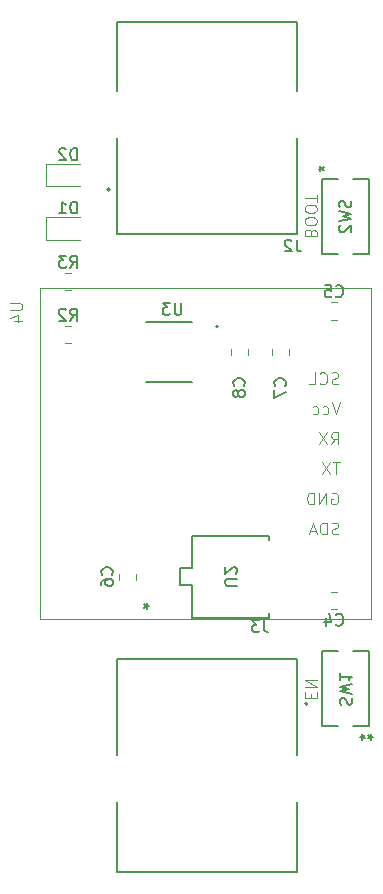
<source format=gbo>
%TF.GenerationSoftware,KiCad,Pcbnew,8.0.1-8.0.1-1~ubuntu22.04.1*%
%TF.CreationDate,2024-04-03T01:55:53-04:00*%
%TF.ProjectId,esp32_rover_devkit,65737033-325f-4726-9f76-65725f646576,rev?*%
%TF.SameCoordinates,Original*%
%TF.FileFunction,Legend,Bot*%
%TF.FilePolarity,Positive*%
%FSLAX46Y46*%
G04 Gerber Fmt 4.6, Leading zero omitted, Abs format (unit mm)*
G04 Created by KiCad (PCBNEW 8.0.1-8.0.1-1~ubuntu22.04.1) date 2024-04-03 01:55:53*
%MOMM*%
%LPD*%
G01*
G04 APERTURE LIST*
%ADD10C,0.100000*%
%ADD11C,0.150000*%
%ADD12C,0.152400*%
%ADD13C,0.120000*%
%ADD14C,0.127000*%
%ADD15C,0.200000*%
G04 APERTURE END LIST*
D10*
X42566390Y-32857142D02*
X42518771Y-32714285D01*
X42518771Y-32714285D02*
X42471152Y-32666666D01*
X42471152Y-32666666D02*
X42375914Y-32619047D01*
X42375914Y-32619047D02*
X42233057Y-32619047D01*
X42233057Y-32619047D02*
X42137819Y-32666666D01*
X42137819Y-32666666D02*
X42090200Y-32714285D01*
X42090200Y-32714285D02*
X42042580Y-32809523D01*
X42042580Y-32809523D02*
X42042580Y-33190475D01*
X42042580Y-33190475D02*
X43042580Y-33190475D01*
X43042580Y-33190475D02*
X43042580Y-32857142D01*
X43042580Y-32857142D02*
X42994961Y-32761904D01*
X42994961Y-32761904D02*
X42947342Y-32714285D01*
X42947342Y-32714285D02*
X42852104Y-32666666D01*
X42852104Y-32666666D02*
X42756866Y-32666666D01*
X42756866Y-32666666D02*
X42661628Y-32714285D01*
X42661628Y-32714285D02*
X42614009Y-32761904D01*
X42614009Y-32761904D02*
X42566390Y-32857142D01*
X42566390Y-32857142D02*
X42566390Y-33190475D01*
X43042580Y-31999999D02*
X43042580Y-31809523D01*
X43042580Y-31809523D02*
X42994961Y-31714285D01*
X42994961Y-31714285D02*
X42899723Y-31619047D01*
X42899723Y-31619047D02*
X42709247Y-31571428D01*
X42709247Y-31571428D02*
X42375914Y-31571428D01*
X42375914Y-31571428D02*
X42185438Y-31619047D01*
X42185438Y-31619047D02*
X42090200Y-31714285D01*
X42090200Y-31714285D02*
X42042580Y-31809523D01*
X42042580Y-31809523D02*
X42042580Y-31999999D01*
X42042580Y-31999999D02*
X42090200Y-32095237D01*
X42090200Y-32095237D02*
X42185438Y-32190475D01*
X42185438Y-32190475D02*
X42375914Y-32238094D01*
X42375914Y-32238094D02*
X42709247Y-32238094D01*
X42709247Y-32238094D02*
X42899723Y-32190475D01*
X42899723Y-32190475D02*
X42994961Y-32095237D01*
X42994961Y-32095237D02*
X43042580Y-31999999D01*
X43042580Y-30952380D02*
X43042580Y-30761904D01*
X43042580Y-30761904D02*
X42994961Y-30666666D01*
X42994961Y-30666666D02*
X42899723Y-30571428D01*
X42899723Y-30571428D02*
X42709247Y-30523809D01*
X42709247Y-30523809D02*
X42375914Y-30523809D01*
X42375914Y-30523809D02*
X42185438Y-30571428D01*
X42185438Y-30571428D02*
X42090200Y-30666666D01*
X42090200Y-30666666D02*
X42042580Y-30761904D01*
X42042580Y-30761904D02*
X42042580Y-30952380D01*
X42042580Y-30952380D02*
X42090200Y-31047618D01*
X42090200Y-31047618D02*
X42185438Y-31142856D01*
X42185438Y-31142856D02*
X42375914Y-31190475D01*
X42375914Y-31190475D02*
X42709247Y-31190475D01*
X42709247Y-31190475D02*
X42899723Y-31142856D01*
X42899723Y-31142856D02*
X42994961Y-31047618D01*
X42994961Y-31047618D02*
X43042580Y-30952380D01*
X43042580Y-30238094D02*
X43042580Y-29666666D01*
X42042580Y-29952380D02*
X43042580Y-29952380D01*
D11*
X28849272Y-64484897D02*
X28611177Y-64484897D01*
X28706415Y-64722992D02*
X28611177Y-64484897D01*
X28611177Y-64484897D02*
X28706415Y-64246802D01*
X28420701Y-64627754D02*
X28611177Y-64484897D01*
X28611177Y-64484897D02*
X28420701Y-64342040D01*
D10*
X42566390Y-72238094D02*
X42566390Y-71904761D01*
X42042580Y-71761904D02*
X42042580Y-72238094D01*
X42042580Y-72238094D02*
X43042580Y-72238094D01*
X43042580Y-72238094D02*
X43042580Y-71761904D01*
X42042580Y-71333332D02*
X43042580Y-71333332D01*
X43042580Y-71333332D02*
X42042580Y-70761904D01*
X42042580Y-70761904D02*
X43042580Y-70761904D01*
D11*
X36281780Y-62761904D02*
X35472257Y-62761904D01*
X35472257Y-62761904D02*
X35377019Y-62714285D01*
X35377019Y-62714285D02*
X35329400Y-62666666D01*
X35329400Y-62666666D02*
X35281780Y-62571428D01*
X35281780Y-62571428D02*
X35281780Y-62380952D01*
X35281780Y-62380952D02*
X35329400Y-62285714D01*
X35329400Y-62285714D02*
X35377019Y-62238095D01*
X35377019Y-62238095D02*
X35472257Y-62190476D01*
X35472257Y-62190476D02*
X36281780Y-62190476D01*
X36186542Y-61761904D02*
X36234161Y-61714285D01*
X36234161Y-61714285D02*
X36281780Y-61619047D01*
X36281780Y-61619047D02*
X36281780Y-61380952D01*
X36281780Y-61380952D02*
X36234161Y-61285714D01*
X36234161Y-61285714D02*
X36186542Y-61238095D01*
X36186542Y-61238095D02*
X36091304Y-61190476D01*
X36091304Y-61190476D02*
X35996066Y-61190476D01*
X35996066Y-61190476D02*
X35853209Y-61238095D01*
X35853209Y-61238095D02*
X35281780Y-61809523D01*
X35281780Y-61809523D02*
X35281780Y-61190476D01*
X40359580Y-45833333D02*
X40407200Y-45785714D01*
X40407200Y-45785714D02*
X40454819Y-45642857D01*
X40454819Y-45642857D02*
X40454819Y-45547619D01*
X40454819Y-45547619D02*
X40407200Y-45404762D01*
X40407200Y-45404762D02*
X40311961Y-45309524D01*
X40311961Y-45309524D02*
X40216723Y-45261905D01*
X40216723Y-45261905D02*
X40026247Y-45214286D01*
X40026247Y-45214286D02*
X39883390Y-45214286D01*
X39883390Y-45214286D02*
X39692914Y-45261905D01*
X39692914Y-45261905D02*
X39597676Y-45309524D01*
X39597676Y-45309524D02*
X39502438Y-45404762D01*
X39502438Y-45404762D02*
X39454819Y-45547619D01*
X39454819Y-45547619D02*
X39454819Y-45642857D01*
X39454819Y-45642857D02*
X39502438Y-45785714D01*
X39502438Y-45785714D02*
X39550057Y-45833333D01*
X39454819Y-46166667D02*
X39454819Y-46833333D01*
X39454819Y-46833333D02*
X40454819Y-46404762D01*
X22744976Y-26732597D02*
X22744976Y-25732597D01*
X22744976Y-25732597D02*
X22506881Y-25732597D01*
X22506881Y-25732597D02*
X22364024Y-25780216D01*
X22364024Y-25780216D02*
X22268786Y-25875454D01*
X22268786Y-25875454D02*
X22221167Y-25970692D01*
X22221167Y-25970692D02*
X22173548Y-26161168D01*
X22173548Y-26161168D02*
X22173548Y-26304025D01*
X22173548Y-26304025D02*
X22221167Y-26494501D01*
X22221167Y-26494501D02*
X22268786Y-26589739D01*
X22268786Y-26589739D02*
X22364024Y-26684978D01*
X22364024Y-26684978D02*
X22506881Y-26732597D01*
X22506881Y-26732597D02*
X22744976Y-26732597D01*
X21792595Y-25827835D02*
X21744976Y-25780216D01*
X21744976Y-25780216D02*
X21649738Y-25732597D01*
X21649738Y-25732597D02*
X21411643Y-25732597D01*
X21411643Y-25732597D02*
X21316405Y-25780216D01*
X21316405Y-25780216D02*
X21268786Y-25827835D01*
X21268786Y-25827835D02*
X21221167Y-25923073D01*
X21221167Y-25923073D02*
X21221167Y-26018311D01*
X21221167Y-26018311D02*
X21268786Y-26161168D01*
X21268786Y-26161168D02*
X21840214Y-26732597D01*
X21840214Y-26732597D02*
X21221167Y-26732597D01*
X45092800Y-72833332D02*
X45045180Y-72690475D01*
X45045180Y-72690475D02*
X45045180Y-72452380D01*
X45045180Y-72452380D02*
X45092800Y-72357142D01*
X45092800Y-72357142D02*
X45140419Y-72309523D01*
X45140419Y-72309523D02*
X45235657Y-72261904D01*
X45235657Y-72261904D02*
X45330895Y-72261904D01*
X45330895Y-72261904D02*
X45426133Y-72309523D01*
X45426133Y-72309523D02*
X45473752Y-72357142D01*
X45473752Y-72357142D02*
X45521371Y-72452380D01*
X45521371Y-72452380D02*
X45568990Y-72642856D01*
X45568990Y-72642856D02*
X45616609Y-72738094D01*
X45616609Y-72738094D02*
X45664228Y-72785713D01*
X45664228Y-72785713D02*
X45759466Y-72833332D01*
X45759466Y-72833332D02*
X45854704Y-72833332D01*
X45854704Y-72833332D02*
X45949942Y-72785713D01*
X45949942Y-72785713D02*
X45997561Y-72738094D01*
X45997561Y-72738094D02*
X46045180Y-72642856D01*
X46045180Y-72642856D02*
X46045180Y-72404761D01*
X46045180Y-72404761D02*
X45997561Y-72261904D01*
X46045180Y-71928570D02*
X45045180Y-71690475D01*
X45045180Y-71690475D02*
X45759466Y-71499999D01*
X45759466Y-71499999D02*
X45045180Y-71309523D01*
X45045180Y-71309523D02*
X46045180Y-71071428D01*
X45045180Y-70166666D02*
X45045180Y-70738094D01*
X45045180Y-70452380D02*
X46045180Y-70452380D01*
X46045180Y-70452380D02*
X45902323Y-70547618D01*
X45902323Y-70547618D02*
X45807085Y-70642856D01*
X45807085Y-70642856D02*
X45759466Y-70738094D01*
X47797780Y-75557649D02*
X47559685Y-75557649D01*
X47654923Y-75795744D02*
X47559685Y-75557649D01*
X47559685Y-75557649D02*
X47654923Y-75319554D01*
X47369209Y-75700506D02*
X47559685Y-75557649D01*
X47559685Y-75557649D02*
X47369209Y-75414792D01*
X46707419Y-75557650D02*
X46945514Y-75557650D01*
X46850276Y-75319555D02*
X46945514Y-75557650D01*
X46945514Y-75557650D02*
X46850276Y-75795745D01*
X47135990Y-75414793D02*
X46945514Y-75557650D01*
X46945514Y-75557650D02*
X47135990Y-75700507D01*
X22736445Y-31249899D02*
X22736445Y-30249899D01*
X22736445Y-30249899D02*
X22498350Y-30249899D01*
X22498350Y-30249899D02*
X22355493Y-30297518D01*
X22355493Y-30297518D02*
X22260255Y-30392756D01*
X22260255Y-30392756D02*
X22212636Y-30487994D01*
X22212636Y-30487994D02*
X22165017Y-30678470D01*
X22165017Y-30678470D02*
X22165017Y-30821327D01*
X22165017Y-30821327D02*
X22212636Y-31011803D01*
X22212636Y-31011803D02*
X22260255Y-31107041D01*
X22260255Y-31107041D02*
X22355493Y-31202280D01*
X22355493Y-31202280D02*
X22498350Y-31249899D01*
X22498350Y-31249899D02*
X22736445Y-31249899D01*
X21212636Y-31249899D02*
X21784064Y-31249899D01*
X21498350Y-31249899D02*
X21498350Y-30249899D01*
X21498350Y-30249899D02*
X21593588Y-30392756D01*
X21593588Y-30392756D02*
X21688826Y-30487994D01*
X21688826Y-30487994D02*
X21784064Y-30535613D01*
X44666666Y-66039580D02*
X44714285Y-66087200D01*
X44714285Y-66087200D02*
X44857142Y-66134819D01*
X44857142Y-66134819D02*
X44952380Y-66134819D01*
X44952380Y-66134819D02*
X45095237Y-66087200D01*
X45095237Y-66087200D02*
X45190475Y-65991961D01*
X45190475Y-65991961D02*
X45238094Y-65896723D01*
X45238094Y-65896723D02*
X45285713Y-65706247D01*
X45285713Y-65706247D02*
X45285713Y-65563390D01*
X45285713Y-65563390D02*
X45238094Y-65372914D01*
X45238094Y-65372914D02*
X45190475Y-65277676D01*
X45190475Y-65277676D02*
X45095237Y-65182438D01*
X45095237Y-65182438D02*
X44952380Y-65134819D01*
X44952380Y-65134819D02*
X44857142Y-65134819D01*
X44857142Y-65134819D02*
X44714285Y-65182438D01*
X44714285Y-65182438D02*
X44666666Y-65230057D01*
X43809523Y-65468152D02*
X43809523Y-66134819D01*
X44047618Y-65087200D02*
X44285713Y-65801485D01*
X44285713Y-65801485D02*
X43666666Y-65801485D01*
X25679580Y-61833333D02*
X25727200Y-61785714D01*
X25727200Y-61785714D02*
X25774819Y-61642857D01*
X25774819Y-61642857D02*
X25774819Y-61547619D01*
X25774819Y-61547619D02*
X25727200Y-61404762D01*
X25727200Y-61404762D02*
X25631961Y-61309524D01*
X25631961Y-61309524D02*
X25536723Y-61261905D01*
X25536723Y-61261905D02*
X25346247Y-61214286D01*
X25346247Y-61214286D02*
X25203390Y-61214286D01*
X25203390Y-61214286D02*
X25012914Y-61261905D01*
X25012914Y-61261905D02*
X24917676Y-61309524D01*
X24917676Y-61309524D02*
X24822438Y-61404762D01*
X24822438Y-61404762D02*
X24774819Y-61547619D01*
X24774819Y-61547619D02*
X24774819Y-61642857D01*
X24774819Y-61642857D02*
X24822438Y-61785714D01*
X24822438Y-61785714D02*
X24870057Y-61833333D01*
X24774819Y-62690476D02*
X24774819Y-62500000D01*
X24774819Y-62500000D02*
X24822438Y-62404762D01*
X24822438Y-62404762D02*
X24870057Y-62357143D01*
X24870057Y-62357143D02*
X25012914Y-62261905D01*
X25012914Y-62261905D02*
X25203390Y-62214286D01*
X25203390Y-62214286D02*
X25584342Y-62214286D01*
X25584342Y-62214286D02*
X25679580Y-62261905D01*
X25679580Y-62261905D02*
X25727200Y-62309524D01*
X25727200Y-62309524D02*
X25774819Y-62404762D01*
X25774819Y-62404762D02*
X25774819Y-62595238D01*
X25774819Y-62595238D02*
X25727200Y-62690476D01*
X25727200Y-62690476D02*
X25679580Y-62738095D01*
X25679580Y-62738095D02*
X25584342Y-62785714D01*
X25584342Y-62785714D02*
X25346247Y-62785714D01*
X25346247Y-62785714D02*
X25251009Y-62738095D01*
X25251009Y-62738095D02*
X25203390Y-62690476D01*
X25203390Y-62690476D02*
X25155771Y-62595238D01*
X25155771Y-62595238D02*
X25155771Y-62404762D01*
X25155771Y-62404762D02*
X25203390Y-62309524D01*
X25203390Y-62309524D02*
X25251009Y-62261905D01*
X25251009Y-62261905D02*
X25346247Y-62214286D01*
X44668108Y-38239550D02*
X44715727Y-38287170D01*
X44715727Y-38287170D02*
X44858584Y-38334789D01*
X44858584Y-38334789D02*
X44953822Y-38334789D01*
X44953822Y-38334789D02*
X45096679Y-38287170D01*
X45096679Y-38287170D02*
X45191917Y-38191931D01*
X45191917Y-38191931D02*
X45239536Y-38096693D01*
X45239536Y-38096693D02*
X45287155Y-37906217D01*
X45287155Y-37906217D02*
X45287155Y-37763360D01*
X45287155Y-37763360D02*
X45239536Y-37572884D01*
X45239536Y-37572884D02*
X45191917Y-37477646D01*
X45191917Y-37477646D02*
X45096679Y-37382408D01*
X45096679Y-37382408D02*
X44953822Y-37334789D01*
X44953822Y-37334789D02*
X44858584Y-37334789D01*
X44858584Y-37334789D02*
X44715727Y-37382408D01*
X44715727Y-37382408D02*
X44668108Y-37430027D01*
X43763346Y-37334789D02*
X44239536Y-37334789D01*
X44239536Y-37334789D02*
X44287155Y-37810979D01*
X44287155Y-37810979D02*
X44239536Y-37763360D01*
X44239536Y-37763360D02*
X44144298Y-37715741D01*
X44144298Y-37715741D02*
X43906203Y-37715741D01*
X43906203Y-37715741D02*
X43810965Y-37763360D01*
X43810965Y-37763360D02*
X43763346Y-37810979D01*
X43763346Y-37810979D02*
X43715727Y-37906217D01*
X43715727Y-37906217D02*
X43715727Y-38144312D01*
X43715727Y-38144312D02*
X43763346Y-38239550D01*
X43763346Y-38239550D02*
X43810965Y-38287170D01*
X43810965Y-38287170D02*
X43906203Y-38334789D01*
X43906203Y-38334789D02*
X44144298Y-38334789D01*
X44144298Y-38334789D02*
X44239536Y-38287170D01*
X44239536Y-38287170D02*
X44287155Y-38239550D01*
X45907200Y-30166667D02*
X45954819Y-30309524D01*
X45954819Y-30309524D02*
X45954819Y-30547619D01*
X45954819Y-30547619D02*
X45907200Y-30642857D01*
X45907200Y-30642857D02*
X45859580Y-30690476D01*
X45859580Y-30690476D02*
X45764342Y-30738095D01*
X45764342Y-30738095D02*
X45669104Y-30738095D01*
X45669104Y-30738095D02*
X45573866Y-30690476D01*
X45573866Y-30690476D02*
X45526247Y-30642857D01*
X45526247Y-30642857D02*
X45478628Y-30547619D01*
X45478628Y-30547619D02*
X45431009Y-30357143D01*
X45431009Y-30357143D02*
X45383390Y-30261905D01*
X45383390Y-30261905D02*
X45335771Y-30214286D01*
X45335771Y-30214286D02*
X45240533Y-30166667D01*
X45240533Y-30166667D02*
X45145295Y-30166667D01*
X45145295Y-30166667D02*
X45050057Y-30214286D01*
X45050057Y-30214286D02*
X45002438Y-30261905D01*
X45002438Y-30261905D02*
X44954819Y-30357143D01*
X44954819Y-30357143D02*
X44954819Y-30595238D01*
X44954819Y-30595238D02*
X45002438Y-30738095D01*
X44954819Y-31071429D02*
X45954819Y-31309524D01*
X45954819Y-31309524D02*
X45240533Y-31500000D01*
X45240533Y-31500000D02*
X45954819Y-31690476D01*
X45954819Y-31690476D02*
X44954819Y-31928572D01*
X45050057Y-32261905D02*
X45002438Y-32309524D01*
X45002438Y-32309524D02*
X44954819Y-32404762D01*
X44954819Y-32404762D02*
X44954819Y-32642857D01*
X44954819Y-32642857D02*
X45002438Y-32738095D01*
X45002438Y-32738095D02*
X45050057Y-32785714D01*
X45050057Y-32785714D02*
X45145295Y-32833333D01*
X45145295Y-32833333D02*
X45240533Y-32833333D01*
X45240533Y-32833333D02*
X45383390Y-32785714D01*
X45383390Y-32785714D02*
X45954819Y-32214286D01*
X45954819Y-32214286D02*
X45954819Y-32833333D01*
X43202219Y-27442350D02*
X43440314Y-27442350D01*
X43345076Y-27204255D02*
X43440314Y-27442350D01*
X43440314Y-27442350D02*
X43345076Y-27680445D01*
X43630790Y-27299493D02*
X43440314Y-27442350D01*
X43440314Y-27442350D02*
X43630790Y-27585207D01*
X31586904Y-38819819D02*
X31586904Y-39629342D01*
X31586904Y-39629342D02*
X31539285Y-39724580D01*
X31539285Y-39724580D02*
X31491666Y-39772200D01*
X31491666Y-39772200D02*
X31396428Y-39819819D01*
X31396428Y-39819819D02*
X31205952Y-39819819D01*
X31205952Y-39819819D02*
X31110714Y-39772200D01*
X31110714Y-39772200D02*
X31063095Y-39724580D01*
X31063095Y-39724580D02*
X31015476Y-39629342D01*
X31015476Y-39629342D02*
X31015476Y-38819819D01*
X30634523Y-38819819D02*
X30015476Y-38819819D01*
X30015476Y-38819819D02*
X30348809Y-39200771D01*
X30348809Y-39200771D02*
X30205952Y-39200771D01*
X30205952Y-39200771D02*
X30110714Y-39248390D01*
X30110714Y-39248390D02*
X30063095Y-39296009D01*
X30063095Y-39296009D02*
X30015476Y-39391247D01*
X30015476Y-39391247D02*
X30015476Y-39629342D01*
X30015476Y-39629342D02*
X30063095Y-39724580D01*
X30063095Y-39724580D02*
X30110714Y-39772200D01*
X30110714Y-39772200D02*
X30205952Y-39819819D01*
X30205952Y-39819819D02*
X30491666Y-39819819D01*
X30491666Y-39819819D02*
X30586904Y-39772200D01*
X30586904Y-39772200D02*
X30634523Y-39724580D01*
X36859580Y-45833333D02*
X36907200Y-45785714D01*
X36907200Y-45785714D02*
X36954819Y-45642857D01*
X36954819Y-45642857D02*
X36954819Y-45547619D01*
X36954819Y-45547619D02*
X36907200Y-45404762D01*
X36907200Y-45404762D02*
X36811961Y-45309524D01*
X36811961Y-45309524D02*
X36716723Y-45261905D01*
X36716723Y-45261905D02*
X36526247Y-45214286D01*
X36526247Y-45214286D02*
X36383390Y-45214286D01*
X36383390Y-45214286D02*
X36192914Y-45261905D01*
X36192914Y-45261905D02*
X36097676Y-45309524D01*
X36097676Y-45309524D02*
X36002438Y-45404762D01*
X36002438Y-45404762D02*
X35954819Y-45547619D01*
X35954819Y-45547619D02*
X35954819Y-45642857D01*
X35954819Y-45642857D02*
X36002438Y-45785714D01*
X36002438Y-45785714D02*
X36050057Y-45833333D01*
X36383390Y-46404762D02*
X36335771Y-46309524D01*
X36335771Y-46309524D02*
X36288152Y-46261905D01*
X36288152Y-46261905D02*
X36192914Y-46214286D01*
X36192914Y-46214286D02*
X36145295Y-46214286D01*
X36145295Y-46214286D02*
X36050057Y-46261905D01*
X36050057Y-46261905D02*
X36002438Y-46309524D01*
X36002438Y-46309524D02*
X35954819Y-46404762D01*
X35954819Y-46404762D02*
X35954819Y-46595238D01*
X35954819Y-46595238D02*
X36002438Y-46690476D01*
X36002438Y-46690476D02*
X36050057Y-46738095D01*
X36050057Y-46738095D02*
X36145295Y-46785714D01*
X36145295Y-46785714D02*
X36192914Y-46785714D01*
X36192914Y-46785714D02*
X36288152Y-46738095D01*
X36288152Y-46738095D02*
X36335771Y-46690476D01*
X36335771Y-46690476D02*
X36383390Y-46595238D01*
X36383390Y-46595238D02*
X36383390Y-46404762D01*
X36383390Y-46404762D02*
X36431009Y-46309524D01*
X36431009Y-46309524D02*
X36478628Y-46261905D01*
X36478628Y-46261905D02*
X36573866Y-46214286D01*
X36573866Y-46214286D02*
X36764342Y-46214286D01*
X36764342Y-46214286D02*
X36859580Y-46261905D01*
X36859580Y-46261905D02*
X36907200Y-46309524D01*
X36907200Y-46309524D02*
X36954819Y-46404762D01*
X36954819Y-46404762D02*
X36954819Y-46595238D01*
X36954819Y-46595238D02*
X36907200Y-46690476D01*
X36907200Y-46690476D02*
X36859580Y-46738095D01*
X36859580Y-46738095D02*
X36764342Y-46785714D01*
X36764342Y-46785714D02*
X36573866Y-46785714D01*
X36573866Y-46785714D02*
X36478628Y-46738095D01*
X36478628Y-46738095D02*
X36431009Y-46690476D01*
X36431009Y-46690476D02*
X36383390Y-46595238D01*
X22169283Y-35826919D02*
X22502616Y-35350728D01*
X22740711Y-35826919D02*
X22740711Y-34826919D01*
X22740711Y-34826919D02*
X22359759Y-34826919D01*
X22359759Y-34826919D02*
X22264521Y-34874538D01*
X22264521Y-34874538D02*
X22216902Y-34922157D01*
X22216902Y-34922157D02*
X22169283Y-35017395D01*
X22169283Y-35017395D02*
X22169283Y-35160252D01*
X22169283Y-35160252D02*
X22216902Y-35255490D01*
X22216902Y-35255490D02*
X22264521Y-35303109D01*
X22264521Y-35303109D02*
X22359759Y-35350728D01*
X22359759Y-35350728D02*
X22740711Y-35350728D01*
X21835949Y-34826919D02*
X21216902Y-34826919D01*
X21216902Y-34826919D02*
X21550235Y-35207871D01*
X21550235Y-35207871D02*
X21407378Y-35207871D01*
X21407378Y-35207871D02*
X21312140Y-35255490D01*
X21312140Y-35255490D02*
X21264521Y-35303109D01*
X21264521Y-35303109D02*
X21216902Y-35398347D01*
X21216902Y-35398347D02*
X21216902Y-35636442D01*
X21216902Y-35636442D02*
X21264521Y-35731680D01*
X21264521Y-35731680D02*
X21312140Y-35779300D01*
X21312140Y-35779300D02*
X21407378Y-35826919D01*
X21407378Y-35826919D02*
X21693092Y-35826919D01*
X21693092Y-35826919D02*
X21788330Y-35779300D01*
X21788330Y-35779300D02*
X21835949Y-35731680D01*
X22165017Y-40322892D02*
X22498350Y-39846701D01*
X22736445Y-40322892D02*
X22736445Y-39322892D01*
X22736445Y-39322892D02*
X22355493Y-39322892D01*
X22355493Y-39322892D02*
X22260255Y-39370511D01*
X22260255Y-39370511D02*
X22212636Y-39418130D01*
X22212636Y-39418130D02*
X22165017Y-39513368D01*
X22165017Y-39513368D02*
X22165017Y-39656225D01*
X22165017Y-39656225D02*
X22212636Y-39751463D01*
X22212636Y-39751463D02*
X22260255Y-39799082D01*
X22260255Y-39799082D02*
X22355493Y-39846701D01*
X22355493Y-39846701D02*
X22736445Y-39846701D01*
X21784064Y-39418130D02*
X21736445Y-39370511D01*
X21736445Y-39370511D02*
X21641207Y-39322892D01*
X21641207Y-39322892D02*
X21403112Y-39322892D01*
X21403112Y-39322892D02*
X21307874Y-39370511D01*
X21307874Y-39370511D02*
X21260255Y-39418130D01*
X21260255Y-39418130D02*
X21212636Y-39513368D01*
X21212636Y-39513368D02*
X21212636Y-39608606D01*
X21212636Y-39608606D02*
X21260255Y-39751463D01*
X21260255Y-39751463D02*
X21831683Y-40322892D01*
X21831683Y-40322892D02*
X21212636Y-40322892D01*
X38562333Y-65689819D02*
X38562333Y-66404104D01*
X38562333Y-66404104D02*
X38609952Y-66546961D01*
X38609952Y-66546961D02*
X38705190Y-66642200D01*
X38705190Y-66642200D02*
X38848047Y-66689819D01*
X38848047Y-66689819D02*
X38943285Y-66689819D01*
X38181380Y-65689819D02*
X37562333Y-65689819D01*
X37562333Y-65689819D02*
X37895666Y-66070771D01*
X37895666Y-66070771D02*
X37752809Y-66070771D01*
X37752809Y-66070771D02*
X37657571Y-66118390D01*
X37657571Y-66118390D02*
X37609952Y-66166009D01*
X37609952Y-66166009D02*
X37562333Y-66261247D01*
X37562333Y-66261247D02*
X37562333Y-66499342D01*
X37562333Y-66499342D02*
X37609952Y-66594580D01*
X37609952Y-66594580D02*
X37657571Y-66642200D01*
X37657571Y-66642200D02*
X37752809Y-66689819D01*
X37752809Y-66689819D02*
X38038523Y-66689819D01*
X38038523Y-66689819D02*
X38133761Y-66642200D01*
X38133761Y-66642200D02*
X38181380Y-66594580D01*
D10*
X17097419Y-38838095D02*
X17906942Y-38838095D01*
X17906942Y-38838095D02*
X18002180Y-38885714D01*
X18002180Y-38885714D02*
X18049800Y-38933333D01*
X18049800Y-38933333D02*
X18097419Y-39028571D01*
X18097419Y-39028571D02*
X18097419Y-39219047D01*
X18097419Y-39219047D02*
X18049800Y-39314285D01*
X18049800Y-39314285D02*
X18002180Y-39361904D01*
X18002180Y-39361904D02*
X17906942Y-39409523D01*
X17906942Y-39409523D02*
X17097419Y-39409523D01*
X17430752Y-40314285D02*
X18097419Y-40314285D01*
X17049800Y-40076190D02*
X17764085Y-39838095D01*
X17764085Y-39838095D02*
X17764085Y-40457142D01*
X44883734Y-45663413D02*
X44740877Y-45711032D01*
X44740877Y-45711032D02*
X44502782Y-45711032D01*
X44502782Y-45711032D02*
X44407544Y-45663413D01*
X44407544Y-45663413D02*
X44359925Y-45615793D01*
X44359925Y-45615793D02*
X44312306Y-45520555D01*
X44312306Y-45520555D02*
X44312306Y-45425317D01*
X44312306Y-45425317D02*
X44359925Y-45330079D01*
X44359925Y-45330079D02*
X44407544Y-45282460D01*
X44407544Y-45282460D02*
X44502782Y-45234841D01*
X44502782Y-45234841D02*
X44693258Y-45187222D01*
X44693258Y-45187222D02*
X44788496Y-45139603D01*
X44788496Y-45139603D02*
X44836115Y-45091984D01*
X44836115Y-45091984D02*
X44883734Y-44996746D01*
X44883734Y-44996746D02*
X44883734Y-44901508D01*
X44883734Y-44901508D02*
X44836115Y-44806270D01*
X44836115Y-44806270D02*
X44788496Y-44758651D01*
X44788496Y-44758651D02*
X44693258Y-44711032D01*
X44693258Y-44711032D02*
X44455163Y-44711032D01*
X44455163Y-44711032D02*
X44312306Y-44758651D01*
X43312306Y-45615793D02*
X43359925Y-45663413D01*
X43359925Y-45663413D02*
X43502782Y-45711032D01*
X43502782Y-45711032D02*
X43598020Y-45711032D01*
X43598020Y-45711032D02*
X43740877Y-45663413D01*
X43740877Y-45663413D02*
X43836115Y-45568174D01*
X43836115Y-45568174D02*
X43883734Y-45472936D01*
X43883734Y-45472936D02*
X43931353Y-45282460D01*
X43931353Y-45282460D02*
X43931353Y-45139603D01*
X43931353Y-45139603D02*
X43883734Y-44949127D01*
X43883734Y-44949127D02*
X43836115Y-44853889D01*
X43836115Y-44853889D02*
X43740877Y-44758651D01*
X43740877Y-44758651D02*
X43598020Y-44711032D01*
X43598020Y-44711032D02*
X43502782Y-44711032D01*
X43502782Y-44711032D02*
X43359925Y-44758651D01*
X43359925Y-44758651D02*
X43312306Y-44806270D01*
X42407544Y-45711032D02*
X42883734Y-45711032D01*
X42883734Y-45711032D02*
X42883734Y-44711032D01*
X44312306Y-54934433D02*
X44407544Y-54886814D01*
X44407544Y-54886814D02*
X44550401Y-54886814D01*
X44550401Y-54886814D02*
X44693258Y-54934433D01*
X44693258Y-54934433D02*
X44788496Y-55029671D01*
X44788496Y-55029671D02*
X44836115Y-55124909D01*
X44836115Y-55124909D02*
X44883734Y-55315385D01*
X44883734Y-55315385D02*
X44883734Y-55458242D01*
X44883734Y-55458242D02*
X44836115Y-55648718D01*
X44836115Y-55648718D02*
X44788496Y-55743956D01*
X44788496Y-55743956D02*
X44693258Y-55839195D01*
X44693258Y-55839195D02*
X44550401Y-55886814D01*
X44550401Y-55886814D02*
X44455163Y-55886814D01*
X44455163Y-55886814D02*
X44312306Y-55839195D01*
X44312306Y-55839195D02*
X44264687Y-55791575D01*
X44264687Y-55791575D02*
X44264687Y-55458242D01*
X44264687Y-55458242D02*
X44455163Y-55458242D01*
X43836115Y-55886814D02*
X43836115Y-54886814D01*
X43836115Y-54886814D02*
X43264687Y-55886814D01*
X43264687Y-55886814D02*
X43264687Y-54886814D01*
X42788496Y-55886814D02*
X42788496Y-54886814D01*
X42788496Y-54886814D02*
X42550401Y-54886814D01*
X42550401Y-54886814D02*
X42407544Y-54934433D01*
X42407544Y-54934433D02*
X42312306Y-55029671D01*
X42312306Y-55029671D02*
X42264687Y-55124909D01*
X42264687Y-55124909D02*
X42217068Y-55315385D01*
X42217068Y-55315385D02*
X42217068Y-55458242D01*
X42217068Y-55458242D02*
X42264687Y-55648718D01*
X42264687Y-55648718D02*
X42312306Y-55743956D01*
X42312306Y-55743956D02*
X42407544Y-55839195D01*
X42407544Y-55839195D02*
X42550401Y-55886814D01*
X42550401Y-55886814D02*
X42788496Y-55886814D01*
X44978972Y-52330025D02*
X44407544Y-52330025D01*
X44693258Y-53330025D02*
X44693258Y-52330025D01*
X44169448Y-52330025D02*
X43502782Y-53330025D01*
X43502782Y-52330025D02*
X44169448Y-53330025D01*
X44978972Y-47249766D02*
X44645639Y-48249766D01*
X44645639Y-48249766D02*
X44312306Y-47249766D01*
X43550401Y-48202147D02*
X43645639Y-48249766D01*
X43645639Y-48249766D02*
X43836115Y-48249766D01*
X43836115Y-48249766D02*
X43931353Y-48202147D01*
X43931353Y-48202147D02*
X43978972Y-48154527D01*
X43978972Y-48154527D02*
X44026591Y-48059289D01*
X44026591Y-48059289D02*
X44026591Y-47773575D01*
X44026591Y-47773575D02*
X43978972Y-47678337D01*
X43978972Y-47678337D02*
X43931353Y-47630718D01*
X43931353Y-47630718D02*
X43836115Y-47583099D01*
X43836115Y-47583099D02*
X43645639Y-47583099D01*
X43645639Y-47583099D02*
X43550401Y-47630718D01*
X42693258Y-48202147D02*
X42788496Y-48249766D01*
X42788496Y-48249766D02*
X42978972Y-48249766D01*
X42978972Y-48249766D02*
X43074210Y-48202147D01*
X43074210Y-48202147D02*
X43121829Y-48154527D01*
X43121829Y-48154527D02*
X43169448Y-48059289D01*
X43169448Y-48059289D02*
X43169448Y-47773575D01*
X43169448Y-47773575D02*
X43121829Y-47678337D01*
X43121829Y-47678337D02*
X43074210Y-47630718D01*
X43074210Y-47630718D02*
X42978972Y-47583099D01*
X42978972Y-47583099D02*
X42788496Y-47583099D01*
X42788496Y-47583099D02*
X42693258Y-47630718D01*
X44264687Y-50791291D02*
X44598020Y-50315100D01*
X44836115Y-50791291D02*
X44836115Y-49791291D01*
X44836115Y-49791291D02*
X44455163Y-49791291D01*
X44455163Y-49791291D02*
X44359925Y-49838910D01*
X44359925Y-49838910D02*
X44312306Y-49886529D01*
X44312306Y-49886529D02*
X44264687Y-49981767D01*
X44264687Y-49981767D02*
X44264687Y-50124624D01*
X44264687Y-50124624D02*
X44312306Y-50219862D01*
X44312306Y-50219862D02*
X44359925Y-50267481D01*
X44359925Y-50267481D02*
X44455163Y-50315100D01*
X44455163Y-50315100D02*
X44836115Y-50315100D01*
X43931353Y-49791291D02*
X43264687Y-50791291D01*
X43264687Y-49791291D02*
X43931353Y-50791291D01*
X44883734Y-58377929D02*
X44740877Y-58425548D01*
X44740877Y-58425548D02*
X44502782Y-58425548D01*
X44502782Y-58425548D02*
X44407544Y-58377929D01*
X44407544Y-58377929D02*
X44359925Y-58330309D01*
X44359925Y-58330309D02*
X44312306Y-58235071D01*
X44312306Y-58235071D02*
X44312306Y-58139833D01*
X44312306Y-58139833D02*
X44359925Y-58044595D01*
X44359925Y-58044595D02*
X44407544Y-57996976D01*
X44407544Y-57996976D02*
X44502782Y-57949357D01*
X44502782Y-57949357D02*
X44693258Y-57901738D01*
X44693258Y-57901738D02*
X44788496Y-57854119D01*
X44788496Y-57854119D02*
X44836115Y-57806500D01*
X44836115Y-57806500D02*
X44883734Y-57711262D01*
X44883734Y-57711262D02*
X44883734Y-57616024D01*
X44883734Y-57616024D02*
X44836115Y-57520786D01*
X44836115Y-57520786D02*
X44788496Y-57473167D01*
X44788496Y-57473167D02*
X44693258Y-57425548D01*
X44693258Y-57425548D02*
X44455163Y-57425548D01*
X44455163Y-57425548D02*
X44312306Y-57473167D01*
X43883734Y-58425548D02*
X43883734Y-57425548D01*
X43883734Y-57425548D02*
X43645639Y-57425548D01*
X43645639Y-57425548D02*
X43502782Y-57473167D01*
X43502782Y-57473167D02*
X43407544Y-57568405D01*
X43407544Y-57568405D02*
X43359925Y-57663643D01*
X43359925Y-57663643D02*
X43312306Y-57854119D01*
X43312306Y-57854119D02*
X43312306Y-57996976D01*
X43312306Y-57996976D02*
X43359925Y-58187452D01*
X43359925Y-58187452D02*
X43407544Y-58282690D01*
X43407544Y-58282690D02*
X43502782Y-58377929D01*
X43502782Y-58377929D02*
X43645639Y-58425548D01*
X43645639Y-58425548D02*
X43883734Y-58425548D01*
X42931353Y-58139833D02*
X42455163Y-58139833D01*
X43026591Y-58425548D02*
X42693258Y-57425548D01*
X42693258Y-57425548D02*
X42359925Y-58425548D01*
D11*
X41333333Y-33454819D02*
X41333333Y-34169104D01*
X41333333Y-34169104D02*
X41380952Y-34311961D01*
X41380952Y-34311961D02*
X41476190Y-34407200D01*
X41476190Y-34407200D02*
X41619047Y-34454819D01*
X41619047Y-34454819D02*
X41714285Y-34454819D01*
X40904761Y-33550057D02*
X40857142Y-33502438D01*
X40857142Y-33502438D02*
X40761904Y-33454819D01*
X40761904Y-33454819D02*
X40523809Y-33454819D01*
X40523809Y-33454819D02*
X40428571Y-33502438D01*
X40428571Y-33502438D02*
X40380952Y-33550057D01*
X40380952Y-33550057D02*
X40333333Y-33645295D01*
X40333333Y-33645295D02*
X40333333Y-33740533D01*
X40333333Y-33740533D02*
X40380952Y-33883390D01*
X40380952Y-33883390D02*
X40952380Y-34454819D01*
X40952380Y-34454819D02*
X40333333Y-34454819D01*
D12*
%TO.C,U2*%
X31494800Y-61301500D02*
X31494800Y-62698500D01*
X31494800Y-62698500D02*
X32510800Y-62698500D01*
X32510800Y-58520200D02*
X32510800Y-61301500D01*
X32510800Y-61301500D02*
X31494800Y-61301500D01*
X32510800Y-62698500D02*
X32510800Y-65479800D01*
X32510800Y-65479800D02*
X38962400Y-65479800D01*
X38962400Y-58520200D02*
X32510800Y-58520200D01*
X38962400Y-58885960D02*
X38962400Y-58520200D01*
X38962400Y-65479800D02*
X38962400Y-65114040D01*
D13*
%TO.C,C7*%
X39265000Y-42738748D02*
X39265000Y-43261252D01*
X40735000Y-42738748D02*
X40735000Y-43261252D01*
%TO.C,D2*%
X20140000Y-27040000D02*
X20140000Y-28960000D01*
X20140000Y-28960000D02*
X23000000Y-28960000D01*
X23000000Y-27040000D02*
X20140000Y-27040000D01*
D12*
%TO.C,SW1*%
X43518800Y-68325000D02*
X43518800Y-74675000D01*
X43518800Y-74675000D02*
X44862460Y-74675000D01*
X44862460Y-68325000D02*
X43518800Y-68325000D01*
X46137540Y-74675000D02*
X47481200Y-74675000D01*
X47481200Y-68325000D02*
X46137540Y-68325000D01*
X47481200Y-74675000D02*
X47481200Y-68325000D01*
D13*
%TO.C,D1*%
X20140000Y-31540000D02*
X20140000Y-33460000D01*
X20140000Y-33460000D02*
X23000000Y-33460000D01*
X23000000Y-31540000D02*
X20140000Y-31540000D01*
%TO.C,C4*%
X44761252Y-63265000D02*
X44238748Y-63265000D01*
X44761252Y-64735000D02*
X44238748Y-64735000D01*
%TO.C,C6*%
X26265000Y-62261252D02*
X26265000Y-61738748D01*
X27735000Y-62261252D02*
X27735000Y-61738748D01*
%TO.C,C5*%
X44761252Y-38765000D02*
X44238748Y-38765000D01*
X44761252Y-40235000D02*
X44238748Y-40235000D01*
D12*
%TO.C,SW2*%
X43518800Y-28325000D02*
X43518800Y-34675000D01*
X43518800Y-34675000D02*
X44862460Y-34675000D01*
X44862460Y-28325000D02*
X43518800Y-28325000D01*
X46137540Y-34675000D02*
X47481200Y-34675000D01*
X47481200Y-28325000D02*
X46137540Y-28325000D01*
X47481200Y-34675000D02*
X47481200Y-28325000D01*
D14*
%TO.C,U3*%
X28550000Y-40480000D02*
X32450000Y-40480000D01*
X28550000Y-45520000D02*
X32450000Y-45520000D01*
D15*
X34700000Y-40800000D02*
G75*
G02*
X34500000Y-40800000I-100000J0D01*
G01*
X34500000Y-40800000D02*
G75*
G02*
X34700000Y-40800000I100000J0D01*
G01*
D13*
%TO.C,C8*%
X35765000Y-42738748D02*
X35765000Y-43261252D01*
X37235000Y-42738748D02*
X37235000Y-43261252D01*
%TO.C,R3*%
X22227064Y-36265000D02*
X21772936Y-36265000D01*
X22227064Y-37735000D02*
X21772936Y-37735000D01*
%TO.C,R2*%
X21772936Y-40765000D02*
X22227064Y-40765000D01*
X21772936Y-42235000D02*
X22227064Y-42235000D01*
D14*
%TO.C,J3*%
X26164000Y-69000000D02*
X26164000Y-77125000D01*
X26164000Y-81115000D02*
X26164000Y-87000000D01*
X26164000Y-87000000D02*
X41404000Y-87000000D01*
X41404000Y-69000000D02*
X26164000Y-69000000D01*
X41404000Y-77125000D02*
X41404000Y-69000000D01*
X41404000Y-81115000D02*
X41404000Y-87000000D01*
D15*
X42254000Y-72770000D02*
G75*
G02*
X42054000Y-72770000I-100000J0D01*
G01*
X42054000Y-72770000D02*
G75*
G02*
X42254000Y-72770000I100000J0D01*
G01*
%TO.C,U4*%
D10*
X47640000Y-65600000D02*
X19640000Y-65600000D01*
X19640000Y-37600000D01*
X47640000Y-37600000D01*
X47640000Y-65600000D01*
D14*
%TO.C,J2*%
X26164000Y-20885000D02*
X26164000Y-15000000D01*
X26164000Y-24875000D02*
X26164000Y-33000000D01*
X26164000Y-33000000D02*
X41404000Y-33000000D01*
X41404000Y-15000000D02*
X26164000Y-15000000D01*
X41404000Y-20885000D02*
X41404000Y-15000000D01*
X41404000Y-33000000D02*
X41404000Y-24875000D01*
D15*
X25514000Y-29230000D02*
G75*
G02*
X25314000Y-29230000I-100000J0D01*
G01*
X25314000Y-29230000D02*
G75*
G02*
X25514000Y-29230000I100000J0D01*
G01*
%TD*%
M02*

</source>
